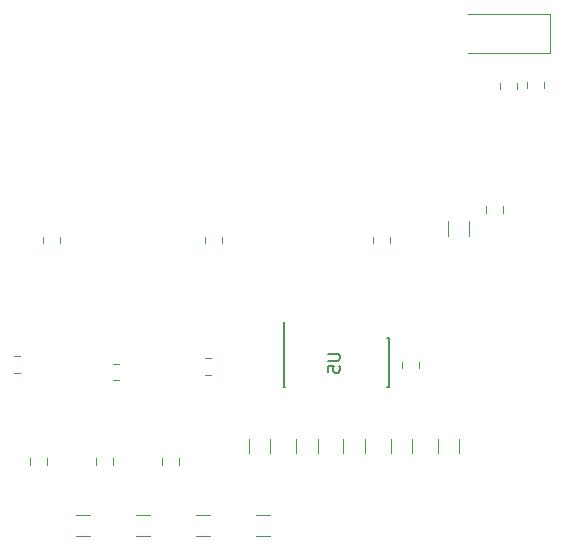
<source format=gbr>
G04 #@! TF.GenerationSoftware,KiCad,Pcbnew,(5.1.0)-1*
G04 #@! TF.CreationDate,2019-10-16T14:08:09+11:00*
G04 #@! TF.ProjectId,BSPD,42535044-2e6b-4696-9361-645f70636258,rev?*
G04 #@! TF.SameCoordinates,Original*
G04 #@! TF.FileFunction,Legend,Bot*
G04 #@! TF.FilePolarity,Positive*
%FSLAX46Y46*%
G04 Gerber Fmt 4.6, Leading zero omitted, Abs format (unit mm)*
G04 Created by KiCad (PCBNEW (5.1.0)-1) date 2019-10-16 14:08:09*
%MOMM*%
%LPD*%
G04 APERTURE LIST*
%ADD10C,0.120000*%
%ADD11C,0.150000*%
G04 APERTURE END LIST*
D10*
X90854252Y-95240000D02*
X90331748Y-95240000D01*
X90854252Y-93820000D02*
X90331748Y-93820000D01*
X74734252Y-95049500D02*
X74211748Y-95049500D01*
X74734252Y-93629500D02*
X74211748Y-93629500D01*
X94064500Y-101863064D02*
X94064500Y-100658936D01*
X95884500Y-101863064D02*
X95884500Y-100658936D01*
X78053000Y-84081252D02*
X78053000Y-83558748D01*
X76633000Y-84081252D02*
X76633000Y-83558748D01*
X90349000Y-84081252D02*
X90349000Y-83558748D01*
X91769000Y-84081252D02*
X91769000Y-83558748D01*
X104573000Y-84081252D02*
X104573000Y-83558748D01*
X105993000Y-84081252D02*
X105993000Y-83558748D01*
X107028000Y-94132748D02*
X107028000Y-94655252D01*
X108448000Y-94132748D02*
X108448000Y-94655252D01*
X116766500Y-70528748D02*
X116766500Y-71051252D01*
X115346500Y-70528748D02*
X115346500Y-71051252D01*
X82542748Y-95706000D02*
X83065252Y-95706000D01*
X82542748Y-94286000D02*
X83065252Y-94286000D01*
X117632500Y-70465248D02*
X117632500Y-70987752D01*
X119052500Y-70465248D02*
X119052500Y-70987752D01*
X114187000Y-80980748D02*
X114187000Y-81503252D01*
X115607000Y-80980748D02*
X115607000Y-81503252D01*
X76999000Y-102316748D02*
X76999000Y-102839252D01*
X75579000Y-102316748D02*
X75579000Y-102839252D01*
X81167000Y-102316748D02*
X81167000Y-102839252D01*
X82587000Y-102316748D02*
X82587000Y-102839252D01*
X88175000Y-102316748D02*
X88175000Y-102839252D01*
X86755000Y-102316748D02*
X86755000Y-102839252D01*
X119544000Y-64686000D02*
X119544000Y-67986000D01*
X119544000Y-67986000D02*
X112644000Y-67986000D01*
X119544000Y-64686000D02*
X112644000Y-64686000D01*
X111890400Y-101882964D02*
X111890400Y-100678836D01*
X110070400Y-101882964D02*
X110070400Y-100678836D01*
X106082600Y-101871864D02*
X106082600Y-100667736D01*
X107902600Y-101871864D02*
X107902600Y-100667736D01*
X103898200Y-101863064D02*
X103898200Y-100658936D01*
X102078200Y-101863064D02*
X102078200Y-100658936D01*
X99910400Y-101863064D02*
X99910400Y-100658936D01*
X98090400Y-101863064D02*
X98090400Y-100658936D01*
X112759000Y-83458564D02*
X112759000Y-82254436D01*
X110939000Y-83458564D02*
X110939000Y-82254436D01*
X89573436Y-108902000D02*
X90777564Y-108902000D01*
X89573436Y-107082000D02*
X90777564Y-107082000D01*
X94653436Y-107082000D02*
X95857564Y-107082000D01*
X94653436Y-108902000D02*
X95857564Y-108902000D01*
X85734064Y-108902000D02*
X84529936Y-108902000D01*
X85734064Y-107082000D02*
X84529936Y-107082000D01*
X80654064Y-107082000D02*
X79449936Y-107082000D01*
X80654064Y-108902000D02*
X79449936Y-108902000D01*
D11*
X97023000Y-92159000D02*
X97048000Y-92159000D01*
X97023000Y-96309000D02*
X97138000Y-96309000D01*
X105923000Y-96309000D02*
X105808000Y-96309000D01*
X105923000Y-92159000D02*
X105808000Y-92159000D01*
X97023000Y-92159000D02*
X97023000Y-96309000D01*
X105923000Y-92159000D02*
X105923000Y-96309000D01*
X97048000Y-92159000D02*
X97048000Y-90784000D01*
X100798380Y-93472095D02*
X101607904Y-93472095D01*
X101703142Y-93519714D01*
X101750761Y-93567333D01*
X101798380Y-93662571D01*
X101798380Y-93853047D01*
X101750761Y-93948285D01*
X101703142Y-93995904D01*
X101607904Y-94043523D01*
X100798380Y-94043523D01*
X100798380Y-94995904D02*
X100798380Y-94519714D01*
X101274571Y-94472095D01*
X101226952Y-94519714D01*
X101179333Y-94614952D01*
X101179333Y-94853047D01*
X101226952Y-94948285D01*
X101274571Y-94995904D01*
X101369809Y-95043523D01*
X101607904Y-95043523D01*
X101703142Y-94995904D01*
X101750761Y-94948285D01*
X101798380Y-94853047D01*
X101798380Y-94614952D01*
X101750761Y-94519714D01*
X101703142Y-94472095D01*
M02*

</source>
